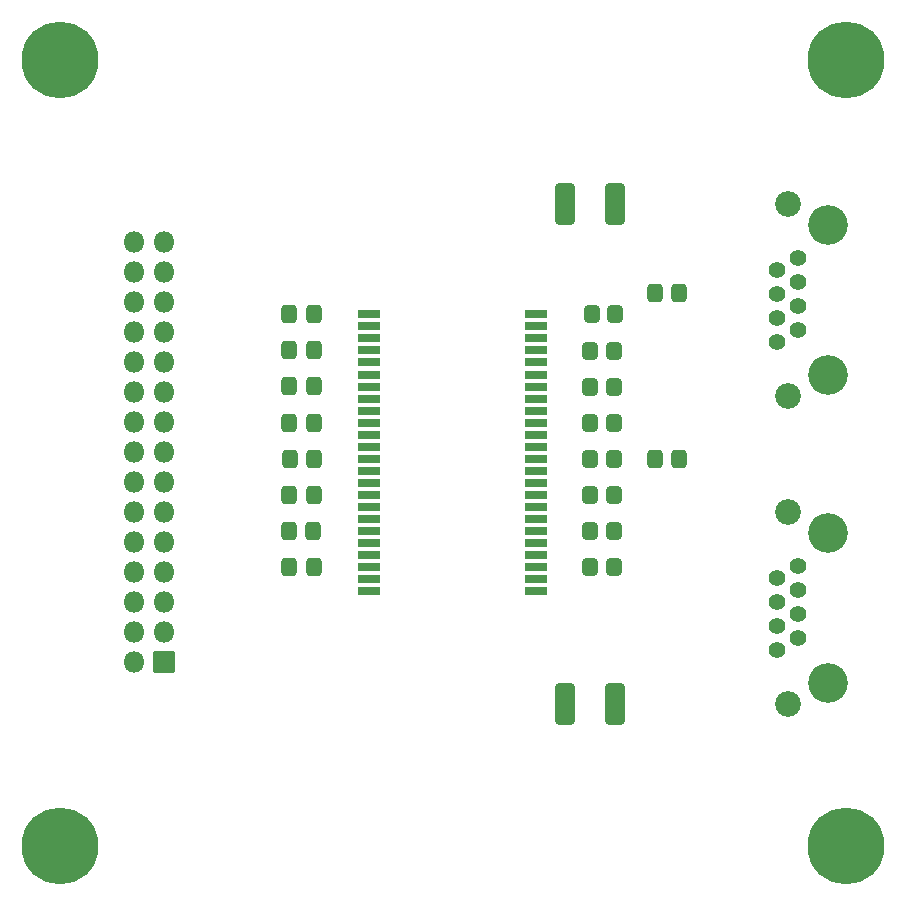
<source format=gts>
%TF.GenerationSoftware,KiCad,Pcbnew,6.0.0-d3dd2cf0fa~116~ubuntu20.04.1*%
%TF.CreationDate,2022-01-13T14:32:50+07:00*%
%TF.ProjectId,i5ether_mod,69356574-6865-4725-9f6d-6f642e6b6963,v1.0*%
%TF.SameCoordinates,Original*%
%TF.FileFunction,Soldermask,Top*%
%TF.FilePolarity,Negative*%
%FSLAX46Y46*%
G04 Gerber Fmt 4.6, Leading zero omitted, Abs format (unit mm)*
G04 Created by KiCad (PCBNEW 6.0.0-d3dd2cf0fa~116~ubuntu20.04.1) date 2022-01-13 14:32:50*
%MOMM*%
%LPD*%
G01*
G04 APERTURE LIST*
G04 Aperture macros list*
%AMRoundRect*
0 Rectangle with rounded corners*
0 $1 Rounding radius*
0 $2 $3 $4 $5 $6 $7 $8 $9 X,Y pos of 4 corners*
0 Add a 4 corners polygon primitive as box body*
4,1,4,$2,$3,$4,$5,$6,$7,$8,$9,$2,$3,0*
0 Add four circle primitives for the rounded corners*
1,1,$1+$1,$2,$3*
1,1,$1+$1,$4,$5*
1,1,$1+$1,$6,$7*
1,1,$1+$1,$8,$9*
0 Add four rect primitives between the rounded corners*
20,1,$1+$1,$2,$3,$4,$5,0*
20,1,$1+$1,$4,$5,$6,$7,0*
20,1,$1+$1,$6,$7,$8,$9,0*
20,1,$1+$1,$8,$9,$2,$3,0*%
G04 Aperture macros list end*
%ADD10RoundRect,0.300800X0.337500X0.475000X-0.337500X0.475000X-0.337500X-0.475000X0.337500X-0.475000X0*%
%ADD11RoundRect,0.300800X-0.350000X-0.450000X0.350000X-0.450000X0.350000X0.450000X-0.350000X0.450000X0*%
%ADD12C,6.501600*%
%ADD13RoundRect,0.050800X0.850000X0.850000X-0.850000X0.850000X-0.850000X-0.850000X0.850000X-0.850000X0*%
%ADD14O,1.801600X1.801600*%
%ADD15RoundRect,0.300800X0.537500X1.450000X-0.537500X1.450000X-0.537500X-1.450000X0.537500X-1.450000X0*%
%ADD16C,3.352800*%
%ADD17C,1.398600*%
%ADD18C,2.184400*%
%ADD19RoundRect,0.050800X-0.860000X0.320000X-0.860000X-0.320000X0.860000X-0.320000X0.860000X0.320000X0*%
G04 APERTURE END LIST*
D10*
%TO.C,C8*%
X124094900Y-109798000D03*
X122019900Y-109798000D03*
%TD*%
D11*
%TO.C,R7*%
X147488000Y-106758000D03*
X149488000Y-106758000D03*
%TD*%
%TO.C,R6*%
X147488000Y-103708000D03*
X149488000Y-103708000D03*
%TD*%
%TO.C,R1*%
X147608000Y-88388000D03*
X149608000Y-88388000D03*
%TD*%
%TO.C,R3*%
X147498000Y-94518000D03*
X149498000Y-94518000D03*
%TD*%
D12*
%TO.C,H1*%
X102599998Y-66839998D03*
%TD*%
D10*
%TO.C,C5*%
X124114900Y-100618000D03*
X122039900Y-100618000D03*
%TD*%
%TO.C,C4*%
X124104900Y-97558000D03*
X122029900Y-97558000D03*
%TD*%
D13*
%TO.C,J1*%
X111388000Y-117868000D03*
D14*
X108848000Y-117868000D03*
X111388000Y-115328000D03*
X108848000Y-115328000D03*
X111388000Y-112788000D03*
X108848000Y-112788000D03*
X111388000Y-110248000D03*
X108848000Y-110248000D03*
X111388000Y-107708000D03*
X108848000Y-107708000D03*
X111388000Y-105168000D03*
X108848000Y-105168000D03*
X111388000Y-102628000D03*
X108848000Y-102628000D03*
X111388000Y-100088000D03*
X108848000Y-100088000D03*
X111388000Y-97548000D03*
X108848000Y-97548000D03*
X111388000Y-95008000D03*
X108848000Y-95008000D03*
X111388000Y-92468000D03*
X108848000Y-92468000D03*
X111388000Y-89928000D03*
X108848000Y-89928000D03*
X111388000Y-87388000D03*
X108848000Y-87388000D03*
X111388000Y-84848000D03*
X108848000Y-84848000D03*
X111388000Y-82308000D03*
X108848000Y-82308000D03*
%TD*%
D10*
%TO.C,C7*%
X124044900Y-106738000D03*
X121969900Y-106738000D03*
%TD*%
D12*
%TO.C,H2*%
X102610006Y-133409995D03*
%TD*%
D10*
%TO.C,C3*%
X124104900Y-94498000D03*
X122029900Y-94498000D03*
%TD*%
%TO.C,C6*%
X124104900Y-103678000D03*
X122029900Y-103678000D03*
%TD*%
D11*
%TO.C,R5*%
X147498000Y-100638000D03*
X149498000Y-100638000D03*
%TD*%
D10*
%TO.C,C9*%
X155015500Y-86608000D03*
X152940500Y-86608000D03*
%TD*%
D15*
%TO.C,C12*%
X149605500Y-121378000D03*
X145330500Y-121378000D03*
%TD*%
%TO.C,C11*%
X149605500Y-79028000D03*
X145330500Y-79028000D03*
%TD*%
D16*
%TO.C,J3*%
X167648000Y-106904000D03*
X167648000Y-119604000D03*
D17*
X165108000Y-109698000D03*
X163330000Y-110714000D03*
X165108000Y-111730000D03*
X163330000Y-112746000D03*
X165108000Y-113762000D03*
X163330000Y-114778000D03*
X165108000Y-115794000D03*
X163330000Y-116810000D03*
D18*
X164219000Y-105126000D03*
X164219000Y-121382000D03*
%TD*%
D19*
%TO.C,T1*%
X128778000Y-88388000D03*
X128778000Y-89408000D03*
X128778000Y-90428000D03*
X128778000Y-91448000D03*
X128778000Y-92468000D03*
X128778000Y-93488000D03*
X128778000Y-94508000D03*
X128778000Y-95528000D03*
X128778000Y-96548000D03*
X128778000Y-97568000D03*
X128778000Y-98588000D03*
X128778000Y-99608000D03*
X128778000Y-100628000D03*
X128778000Y-101648000D03*
X128778000Y-102668000D03*
X128778000Y-103688000D03*
X128778000Y-104708000D03*
X128778000Y-105728000D03*
X128778000Y-106748000D03*
X128778000Y-107768000D03*
X128778000Y-108788000D03*
X128778000Y-109808000D03*
X128778000Y-110828000D03*
X128778000Y-111848000D03*
X142938000Y-111848000D03*
X142938000Y-110828000D03*
X142938000Y-109808000D03*
X142938000Y-108788000D03*
X142938000Y-107768000D03*
X142938000Y-106748000D03*
X142938000Y-105728000D03*
X142938000Y-104708000D03*
X142938000Y-103688000D03*
X142938000Y-102668000D03*
X142938000Y-101648000D03*
X142938000Y-100628000D03*
X142938000Y-99608000D03*
X142938000Y-98588000D03*
X142938000Y-97568000D03*
X142938000Y-96548000D03*
X142938000Y-95528000D03*
X142938000Y-94508000D03*
X142938000Y-93488000D03*
X142938000Y-92468000D03*
X142938000Y-91448000D03*
X142938000Y-90428000D03*
X142938000Y-89408000D03*
X142938000Y-88388000D03*
%TD*%
D10*
%TO.C,C1*%
X124085500Y-88378000D03*
X122010500Y-88378000D03*
%TD*%
D12*
%TO.C,H4*%
X169139997Y-66850006D03*
%TD*%
D11*
%TO.C,R8*%
X147488000Y-109828000D03*
X149488000Y-109828000D03*
%TD*%
D10*
%TO.C,C10*%
X155015500Y-100648000D03*
X152940500Y-100648000D03*
%TD*%
%TO.C,C2*%
X124104900Y-91438000D03*
X122029900Y-91438000D03*
%TD*%
D11*
%TO.C,R4*%
X147498000Y-97578000D03*
X149498000Y-97578000D03*
%TD*%
D12*
%TO.C,H3*%
X169110000Y-133390005D03*
%TD*%
D11*
%TO.C,R2*%
X147498000Y-91458000D03*
X149498000Y-91458000D03*
%TD*%
D16*
%TO.C,J2*%
X167648000Y-93544000D03*
X167648000Y-80844000D03*
D17*
X165108000Y-83638000D03*
X163330000Y-84654000D03*
X165108000Y-85670000D03*
X163330000Y-86686000D03*
X165108000Y-87702000D03*
X163330000Y-88718000D03*
X165108000Y-89734000D03*
X163330000Y-90750000D03*
D18*
X164219000Y-79066000D03*
X164219000Y-95322000D03*
%TD*%
M02*

</source>
